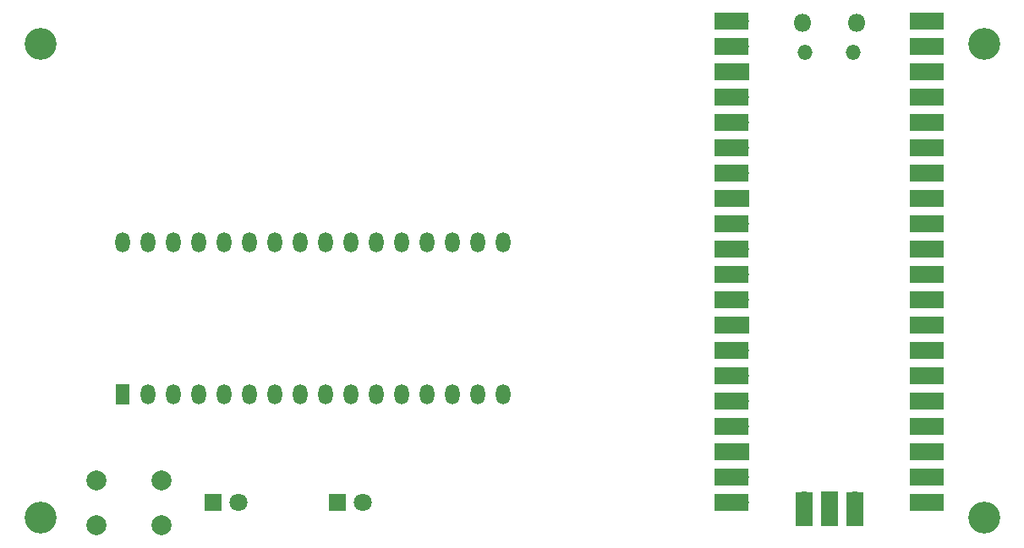
<source format=gbr>
%TF.GenerationSoftware,KiCad,Pcbnew,7.0.10*%
%TF.CreationDate,2024-04-06T15:07:32+02:00*%
%TF.ProjectId,pico-sst39sf0x0-pcb,7069636f-2d73-4737-9433-397366307830,2*%
%TF.SameCoordinates,Original*%
%TF.FileFunction,Soldermask,Top*%
%TF.FilePolarity,Negative*%
%FSLAX46Y46*%
G04 Gerber Fmt 4.6, Leading zero omitted, Abs format (unit mm)*
G04 Created by KiCad (PCBNEW 7.0.10) date 2024-04-06 15:07:32*
%MOMM*%
%LPD*%
G01*
G04 APERTURE LIST*
%ADD10O,1.800000X1.800000*%
%ADD11O,1.500000X1.500000*%
%ADD12O,1.700000X1.700000*%
%ADD13R,3.500000X1.700000*%
%ADD14R,1.700000X1.700000*%
%ADD15R,1.700000X3.500000*%
%ADD16R,1.440000X2.000000*%
%ADD17O,1.440000X2.000000*%
%ADD18C,2.000000*%
%ADD19C,3.200000*%
%ADD20C,1.800000*%
%ADD21R,1.800000X1.800000*%
G04 APERTURE END LIST*
D10*
%TO.C,U5*%
X105225000Y-22990000D03*
D11*
X105525000Y-26020000D03*
X110375000Y-26020000D03*
D10*
X110675000Y-22990000D03*
D12*
X99060000Y-22860000D03*
D13*
X98160000Y-22860000D03*
D12*
X99060000Y-25400000D03*
D13*
X98160000Y-25400000D03*
D14*
X99060000Y-27940000D03*
D13*
X98160000Y-27940000D03*
D12*
X99060000Y-30480000D03*
D13*
X98160000Y-30480000D03*
D12*
X99060000Y-33020000D03*
D13*
X98160000Y-33020000D03*
D12*
X99060000Y-35560000D03*
D13*
X98160000Y-35560000D03*
D12*
X99060000Y-38100000D03*
D13*
X98160000Y-38100000D03*
D14*
X99060000Y-40640000D03*
D13*
X98160000Y-40640000D03*
D12*
X99060000Y-43180000D03*
D13*
X98160000Y-43180000D03*
D12*
X99060000Y-45720000D03*
D13*
X98160000Y-45720000D03*
D12*
X99060000Y-48260000D03*
D13*
X98160000Y-48260000D03*
D12*
X99060000Y-50800000D03*
D13*
X98160000Y-50800000D03*
D14*
X99060000Y-53340000D03*
D13*
X98160000Y-53340000D03*
D12*
X99060000Y-55880000D03*
D13*
X98160000Y-55880000D03*
D12*
X99060000Y-58420000D03*
D13*
X98160000Y-58420000D03*
D12*
X99060000Y-60960000D03*
D13*
X98160000Y-60960000D03*
D12*
X99060000Y-63500000D03*
D13*
X98160000Y-63500000D03*
D14*
X99060000Y-66040000D03*
D13*
X98160000Y-66040000D03*
D12*
X99060000Y-68580000D03*
D13*
X98160000Y-68580000D03*
D12*
X99060000Y-71120000D03*
D13*
X98160000Y-71120000D03*
D12*
X116840000Y-71120000D03*
D13*
X117740000Y-71120000D03*
D12*
X116840000Y-68580000D03*
D13*
X117740000Y-68580000D03*
D14*
X116840000Y-66040000D03*
D13*
X117740000Y-66040000D03*
D12*
X116840000Y-63500000D03*
D13*
X117740000Y-63500000D03*
D12*
X116840000Y-60960000D03*
D13*
X117740000Y-60960000D03*
D12*
X116840000Y-58420000D03*
D13*
X117740000Y-58420000D03*
D12*
X116840000Y-55880000D03*
D13*
X117740000Y-55880000D03*
D14*
X116840000Y-53340000D03*
D13*
X117740000Y-53340000D03*
D12*
X116840000Y-50800000D03*
D13*
X117740000Y-50800000D03*
D12*
X116840000Y-48260000D03*
D13*
X117740000Y-48260000D03*
D12*
X116840000Y-45720000D03*
D13*
X117740000Y-45720000D03*
D12*
X116840000Y-43180000D03*
D13*
X117740000Y-43180000D03*
D14*
X116840000Y-40640000D03*
D13*
X117740000Y-40640000D03*
D12*
X116840000Y-38100000D03*
D13*
X117740000Y-38100000D03*
D12*
X116840000Y-35560000D03*
D13*
X117740000Y-35560000D03*
D12*
X116840000Y-33020000D03*
D13*
X117740000Y-33020000D03*
D12*
X116840000Y-30480000D03*
D13*
X117740000Y-30480000D03*
D14*
X116840000Y-27940000D03*
D13*
X117740000Y-27940000D03*
D12*
X116840000Y-25400000D03*
D13*
X117740000Y-25400000D03*
D12*
X116840000Y-22860000D03*
D13*
X117740000Y-22860000D03*
D12*
X105410000Y-70890000D03*
D15*
X105410000Y-71790000D03*
D14*
X107950000Y-70890000D03*
D15*
X107950000Y-71790000D03*
D12*
X110490000Y-70890000D03*
D15*
X110490000Y-71790000D03*
%TD*%
D16*
%TO.C,U2*%
X37220000Y-60232500D03*
D17*
X39760000Y-60232500D03*
X42300000Y-60232500D03*
X44840000Y-60232500D03*
X47380000Y-60232500D03*
X49920000Y-60232500D03*
X52460000Y-60232500D03*
X55000000Y-60232500D03*
X57540000Y-60232500D03*
X60080000Y-60232500D03*
X62620000Y-60232500D03*
X65160000Y-60232500D03*
X67700000Y-60232500D03*
X70240000Y-60232500D03*
X72780000Y-60232500D03*
X75320000Y-60232500D03*
X75320000Y-44992500D03*
X72780000Y-44992500D03*
X70240000Y-44992500D03*
X67700000Y-44992500D03*
X65160000Y-44992500D03*
X62620000Y-44992500D03*
X60080000Y-44992500D03*
X57540000Y-44992500D03*
X55000000Y-44992500D03*
X52460000Y-44992500D03*
X49920000Y-44992500D03*
X47380000Y-44992500D03*
X44840000Y-44992500D03*
X42300000Y-44992500D03*
X39760000Y-44992500D03*
X37220000Y-44992500D03*
%TD*%
D18*
%TO.C,SW1*%
X41096000Y-73370000D03*
X34596000Y-73370000D03*
X41096000Y-68870000D03*
X34596000Y-68870000D03*
%TD*%
D19*
%TO.C,H2*%
X28956000Y-72644000D03*
%TD*%
D20*
%TO.C,D2*%
X48763000Y-71120000D03*
D21*
X46223000Y-71120000D03*
%TD*%
D19*
%TO.C,H3*%
X123444000Y-72644000D03*
%TD*%
%TO.C,H1*%
X28956000Y-25146000D03*
%TD*%
D21*
%TO.C,D3*%
X58674000Y-71120000D03*
D20*
X61214000Y-71120000D03*
%TD*%
D19*
%TO.C,H4*%
X123444000Y-25146000D03*
%TD*%
M02*

</source>
